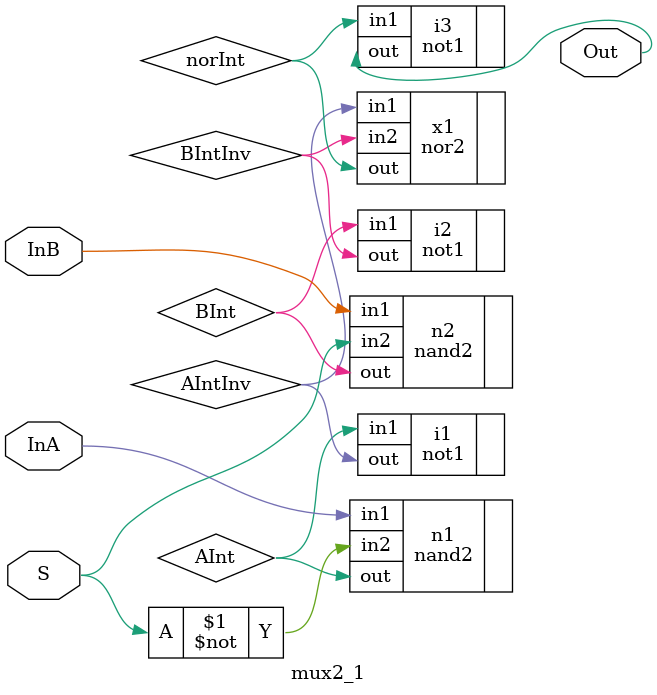
<source format=v>
module mux2_1 (InA, InB, S, Out);
input InA;
input InB;
input S;
output Out;

wire AInt;
wire AIntInv;
wire BInt;
wire BIntInv;
wire norInt;

nand2 n1 (.in1(InA), .in2(~S), .out(AInt));
not1 i1 (.in1(AInt), .out(AIntInv));

nand2 n2 (.in1(InB), .in2(S), .out(BInt));
not1 i2 (.in1(BInt), .out(BIntInv));

nor2 x1 (.in1(AIntInv), .in2(BIntInv), .out(norInt));

not1 i3 (.in1(norInt), .out(Out)); 

endmodule

</source>
